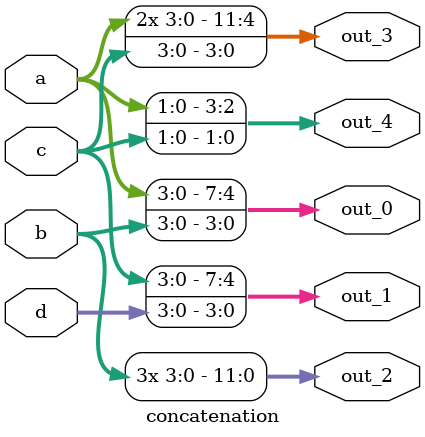
<source format=v>
module concatenation(a,b,c,d,out_0,out_1,out_2,out_3,out_4);

input [3:0] a, b, c, d;
output [7:0] out_0, out_1;
output [11:0] out_2, out_3;
output [3:0] out_4;

assign out_0 = {a,b}; //8'b1010_0101
assign out_1 = {c,d}; //8'b000x_100z
assign out_2 = {3{b}}; //12'0101_0101_0101
assign out_3 = {{2{a}},c}; //12'b1010_1010_000x
assign out_4 = {a[1:0],c[1:0]}; //4'b100x

endmodule

</source>
